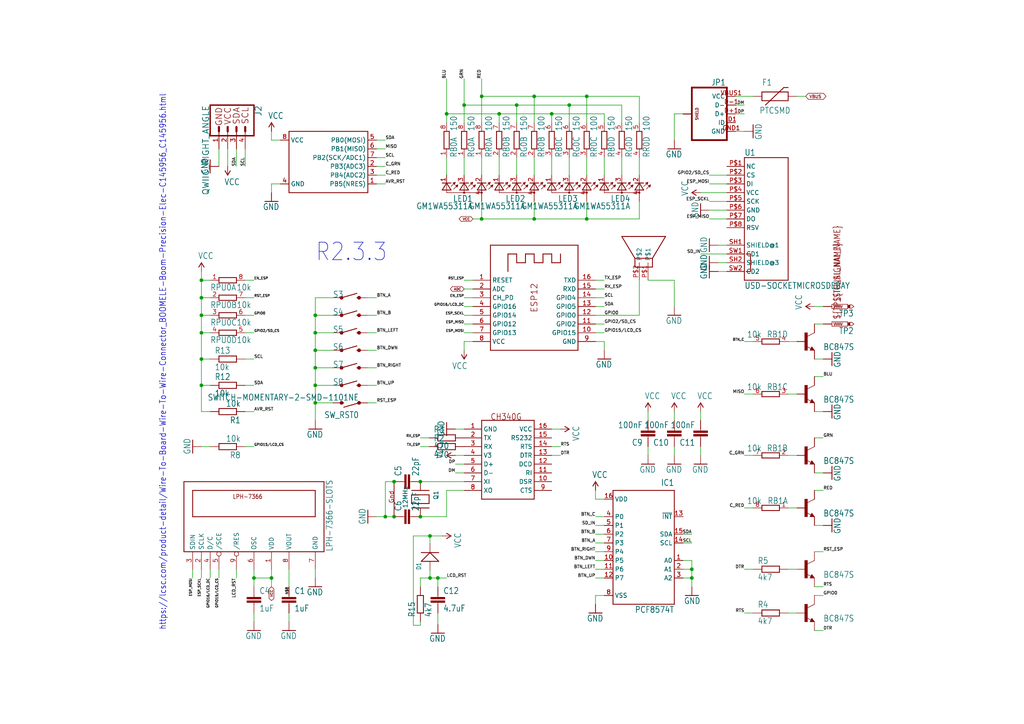
<source format=kicad_sch>
(kicad_sch (version 20231120) (generator "eeschema") (generator_version "8.0")
  (paper "A4")
  (junction (at 58.42 81.28))
  (junction (at 139.7 63.5))
  (junction (at 111.76 149.86))
  (junction (at 91.44 96.52))
  (junction (at 154.94 27.94))
  (junction (at 73.66 167.64))
  (junction (at 91.44 111.76))
  (junction (at 200.66 167.64))
  (junction (at 114.3 139.7))
  (junction (at 127 167.64))
  (junction (at 58.42 91.44))
  (junction (at 200.66 165.1))
  (junction (at 160.02 33.02))
  (junction (at 91.44 101.6))
  (junction (at 58.42 86.36))
  (junction (at 91.44 91.44))
  (junction (at 58.42 111.76))
  (junction (at 154.94 63.5))
  (junction (at 91.44 116.84))
  (junction (at 129.54 33.02))
  (junction (at 134.62 30.48))
  (junction (at 124.714 155.448))
  (junction (at 58.42 96.52))
  (junction (at 114.3 149.86))
  (junction (at 139.7 27.94))
  (junction (at 124.714 167.64))
  (junction (at 78.74 167.64))
  (junction (at 121.92 149.86))
  (junction (at 149.86 30.48))
  (junction (at 91.44 106.68))
  (junction (at 121.92 139.7))
  (junction (at 144.78 33.02))
  (junction (at 165.1 30.48))
  (junction (at 58.42 104.14))
  (junction (at 170.18 27.94))
  (junction (at 170.18 63.5))
  (wire (pts (xy 210.82 63.5) (xy 205.74 63.5)) (stroke (width 0.1524)))
  (wire (pts (xy 185.42 50.8) (xy 185.42 45.72)) (stroke (width 0.1524)))
  (wire (pts (xy 175.26 149.86) (xy 172.72 149.86)) (stroke (width 0.1524)))
  (wire (pts (xy 210.82 78.74) (xy 208.28 78.74)) (stroke (width 0.1524)))
  (wire (pts (xy 139.7 27.94) (xy 139.7 22.86)) (stroke (width 0.1524)))
  (wire (pts (xy 200.66 162.56) (xy 200.66 165.1)) (stroke (width 0.1524)))
  (wire (pts (xy 236.22 142.24) (xy 238.76 142.24)) (stroke (width 0.1524)))
  (wire (pts (xy 195.58 88.9) (xy 195.58 81.28)) (stroke (width 0.1524)))
  (wire (pts (xy 154.94 50.8) (xy 154.94 45.72)) (stroke (width 0.1524)))
  (wire (pts (xy 144.78 35.56) (xy 144.78 33.02)) (stroke (width 0.1524)))
  (wire (pts (xy 149.86 50.8) (xy 149.86 45.72)) (stroke (width 0.1524)))
  (wire (pts (xy 213.36 38.1) (xy 215.9 38.1)) (stroke (width 0.1524)))
  (wire (pts (xy 210.82 71.12) (xy 208.28 71.12)) (stroke (width 0.1524)))
  (wire (pts (xy 165.1 50.8) (xy 165.1 45.72)) (stroke (width 0.1524)))
  (wire (pts (xy 109.22 40.64) (xy 111.76 40.64)) (stroke (width 0.1524)))
  (wire (pts (xy 81.28 53.34) (xy 78.74 53.34)) (stroke (width 0.1524)))
  (wire (pts (xy 124.714 167.64) (xy 124.714 165.354)) (stroke (width 0.1524)))
  (wire (pts (xy 160.02 35.56) (xy 160.02 33.02)) (stroke (width 0.1524)))
  (wire (pts (xy 170.18 27.94) (xy 185.42 27.94)) (stroke (width 0.1524)))
  (wire (pts (xy 175.26 162.56) (xy 172.72 162.56)) (stroke (width 0.1524)))
  (wire (pts (xy 137.16 83.82) (xy 134.62 83.82)) (stroke (width 0.1524)))
  (wire (pts (xy 213.36 27.94) (xy 218.44 27.94)) (stroke (width 0.1524)))
  (wire (pts (xy 175.26 165.1) (xy 172.72 165.1)) (stroke (width 0.1524)))
  (wire (pts (xy 203.2 119.38) (xy 203.2 121.92)) (stroke (width 0.1524)))
  (wire (pts (xy 134.62 132.08) (xy 132.08 132.08)) (stroke (width 0.1524)))
  (wire (pts (xy 121.92 181.356) (xy 119.888 181.356)) (stroke (width 0.1524)))
  (wire (pts (xy 58.42 81.28) (xy 60.96 81.28)) (stroke (width 0.1524)))
  (wire (pts (xy 71.12 86.36) (xy 73.66 86.36)) (stroke (width 0.1524)))
  (wire (pts (xy 210.82 50.8) (xy 205.74 50.8)) (stroke (width 0.1524)))
  (wire (pts (xy 154.94 58.42) (xy 154.94 63.5)) (stroke (width 0.1524)))
  (wire (pts (xy 127 177.8) (xy 127 181.102)) (stroke (width 0.1524)))
  (wire (pts (xy 185.42 63.5) (xy 170.18 63.5)) (stroke (width 0.1524)))
  (wire (pts (xy 63.5 43.18) (xy 63.5 48.26)) (stroke (width 0.1524)))
  (wire (pts (xy 213.36 30.48) (xy 215.9 30.48)) (stroke (width 0.1524)))
  (wire (pts (xy 71.12 129.54) (xy 73.66 129.54)) (stroke (width 0.1524)))
  (wire (pts (xy 175.26 99.06) (xy 172.72 99.06)) (stroke (width 0.1524)))
  (wire (pts (xy 109.22 50.8) (xy 111.76 50.8)) (stroke (width 0.1524)))
  (wire (pts (xy 137.16 88.9) (xy 134.62 88.9)) (stroke (width 0.1524)))
  (wire (pts (xy 187.96 129.54) (xy 187.96 132.08)) (stroke (width 0.1524)))
  (wire (pts (xy 111.76 139.7) (xy 111.76 149.86)) (stroke (width 0.1524)))
  (wire (pts (xy 139.7 63.5) (xy 137.16 63.5)) (stroke (width 0.1524)))
  (wire (pts (xy 73.66 177.8) (xy 73.66 180.34)) (stroke (width 0.1524)))
  (wire (pts (xy 129.54 149.86) (xy 121.92 149.86)) (stroke (width 0.1524)))
  (wire (pts (xy 71.12 81.28) (xy 73.66 81.28)) (stroke (width 0.1524)))
  (wire (pts (xy 134.62 137.16) (xy 132.08 137.16)) (stroke (width 0.1524)))
  (wire (pts (xy 198.12 157.48) (xy 200.66 157.48)) (stroke (width 0.1524)))
  (wire (pts (xy 218.44 165.1) (xy 215.9 165.1)) (stroke (width 0.1524)))
  (wire (pts (xy 154.94 63.5) (xy 139.7 63.5)) (stroke (width 0.1524)))
  (wire (pts (xy 91.44 116.84) (xy 91.44 121.92)) (stroke (width 0.1524)))
  (wire (pts (xy 154.94 27.94) (xy 170.18 27.94)) (stroke (width 0.1524)))
  (wire (pts (xy 96.52 86.36) (xy 91.44 86.36)) (stroke (width 0.1524)))
  (wire (pts (xy 73.66 165.1) (xy 73.66 167.64)) (stroke (width 0.1524)))
  (wire (pts (xy 96.52 116.84) (xy 91.44 116.84)) (stroke (width 0.1524)))
  (wire (pts (xy 203.2 55.88) (xy 210.82 55.88)) (stroke (width 0.1524)))
  (wire (pts (xy 149.86 30.48) (xy 165.1 30.48)) (stroke (width 0.1524)))
  (wire (pts (xy 96.52 96.52) (xy 91.44 96.52)) (stroke (width 0.1524)))
  (wire (pts (xy 172.72 91.44) (xy 185.42 91.44)) (stroke (width 0.1524)))
  (wire (pts (xy 58.42 104.14) (xy 60.96 104.14)) (stroke (width 0.1524)))
  (wire (pts (xy 134.62 124.46) (xy 132.08 124.46)) (stroke (width 0.1524)))
  (wire (pts (xy 236.22 93.98) (xy 238.76 93.98)) (stroke (width 0.1524)))
  (wire (pts (xy 175.26 154.94) (xy 172.72 154.94)) (stroke (width 0.1524)))
  (wire (pts (xy 175.26 160.02) (xy 172.72 160.02)) (stroke (width 0.1524)))
  (wire (pts (xy 185.42 58.42) (xy 185.42 63.5)) (stroke (width 0.1524)))
  (wire (pts (xy 58.42 96.52) (xy 58.42 91.44)) (stroke (width 0.1524)))
  (wire (pts (xy 58.42 129.54) (xy 60.96 129.54)) (stroke (width 0.1524)))
  (wire (pts (xy 73.66 167.64) (xy 73.66 170.18)) (stroke (width 0.1524)))
  (wire (pts (xy 170.18 58.42) (xy 170.18 63.5)) (stroke (width 0.1524)))
  (wire (pts (xy 121.92 167.64) (xy 124.714 167.64)) (stroke (width 0.1524)))
  (wire (pts (xy 124.46 129.54) (xy 121.92 129.54)) (stroke (width 0.1524)))
  (wire (pts (xy 175.26 167.64) (xy 172.72 167.64)) (stroke (width 0.1524)))
  (wire (pts (xy 236.22 137.16) (xy 238.76 137.16)) (stroke (width 0.1524)))
  (wire (pts (xy 58.42 86.36) (xy 58.42 91.44)) (stroke (width 0.1524)))
  (wire (pts (xy 139.7 63.5) (xy 139.7 58.42)) (stroke (width 0.1524)))
  (wire (pts (xy 175.26 50.8) (xy 175.26 45.72)) (stroke (width 0.1524)))
  (wire (pts (xy 137.16 86.36) (xy 134.62 86.36)) (stroke (width 0.1524)))
  (wire (pts (xy 83.82 165.1) (xy 83.82 170.18)) (stroke (width 0.1524)))
  (wire (pts (xy 58.42 165.1) (xy 58.42 167.64)) (stroke (width 0.1524)))
  (wire (pts (xy 172.72 88.9) (xy 175.26 88.9)) (stroke (width 0.1524)))
  (wire (pts (xy 160.02 129.54) (xy 162.56 129.54)) (stroke (width 0.1524)))
  (wire (pts (xy 236.22 170.18) (xy 238.76 170.18)) (stroke (width 0.1524)))
  (wire (pts (xy 200.66 165.1) (xy 198.12 165.1)) (stroke (width 0.1524)))
  (wire (pts (xy 109.22 149.86) (xy 111.76 149.86)) (stroke (width 0.1524)))
  (wire (pts (xy 71.12 111.76) (xy 73.66 111.76)) (stroke (width 0.1524)))
  (wire (pts (xy 185.42 27.94) (xy 185.42 35.56)) (stroke (width 0.1524)))
  (wire (pts (xy 218.44 114.3) (xy 215.9 114.3)) (stroke (width 0.1524)))
  (wire (pts (xy 60.96 119.38) (xy 58.42 119.38)) (stroke (width 0.1524)))
  (wire (pts (xy 228.6 177.8) (xy 231.14 177.8)) (stroke (width 0.1524)))
  (wire (pts (xy 210.82 60.96) (xy 205.74 60.96)) (stroke (width 0.1524)))
  (wire (pts (xy 231.14 27.94) (xy 233.68 27.94)) (stroke (width 0.1524)))
  (wire (pts (xy 236.22 182.88) (xy 238.76 182.88)) (stroke (width 0.1524)))
  (wire (pts (xy 200.66 170.18) (xy 200.66 167.64)) (stroke (width 0.1524)))
  (wire (pts (xy 134.62 139.7) (xy 121.92 139.7)) (stroke (width 0.1524)))
  (wire (pts (xy 144.78 33.02) (xy 160.02 33.02)) (stroke (width 0.1524)))
  (wire (pts (xy 58.42 78.74) (xy 58.42 81.28)) (stroke (width 0.1524)))
  (wire (pts (xy 121.92 170.18) (xy 121.92 167.64)) (stroke (width 0.1524)))
  (wire (pts (xy 109.22 48.26) (xy 111.76 48.26)) (stroke (width 0.1524)))
  (wire (pts (xy 160.02 132.08) (xy 162.56 132.08)) (stroke (width 0.1524)))
  (wire (pts (xy 236.22 127) (xy 238.76 127)) (stroke (width 0.1524)))
  (wire (pts (xy 231.14 132.08) (xy 228.6 132.08)) (stroke (width 0.1524)))
  (wire (pts (xy 134.62 134.62) (xy 132.08 134.62)) (stroke (width 0.1524)))
  (wire (pts (xy 91.44 111.76) (xy 91.44 116.84)) (stroke (width 0.1524)))
  (wire (pts (xy 172.72 96.52) (xy 175.26 96.52)) (stroke (width 0.1524)))
  (wire (pts (xy 236.22 119.38) (xy 238.76 119.38)) (stroke (width 0.1524)))
  (wire (pts (xy 91.44 101.6) (xy 91.44 106.68)) (stroke (width 0.1524)))
  (wire (pts (xy 172.72 172.72) (xy 172.72 175.26)) (stroke (width 0.1524)))
  (wire (pts (xy 218.44 177.8) (xy 215.9 177.8)) (stroke (width 0.1524)))
  (wire (pts (xy 175.26 157.48) (xy 172.72 157.48)) (stroke (width 0.1524)))
  (wire (pts (xy 83.82 180.34) (xy 83.82 177.8)) (stroke (width 0.1524)))
  (wire (pts (xy 175.26 33.02) (xy 175.26 35.56)) (stroke (width 0.1524)))
  (wire (pts (xy 137.16 81.28) (xy 134.62 81.28)) (stroke (width 0.1524)))
  (wire (pts (xy 111.76 149.86) (xy 114.3 149.86)) (stroke (width 0.1524)))
  (wire (pts (xy 106.68 86.36) (xy 109.22 86.36)) (stroke (width 0.1524)))
  (wire (pts (xy 160.02 33.02) (xy 175.26 33.02)) (stroke (width 0.1524)))
  (wire (pts (xy 60.96 111.76) (xy 58.42 111.76)) (stroke (width 0.1524)))
  (wire (pts (xy 58.42 96.52) (xy 58.42 104.14)) (stroke (width 0.1524)))
  (wire (pts (xy 78.74 165.1) (xy 78.74 167.64)) (stroke (width 0.1524)))
  (wire (pts (xy 109.22 45.72) (xy 111.76 45.72)) (stroke (width 0.1524)))
  (wire (pts (xy 160.02 50.8) (xy 160.02 45.72)) (stroke (width 0.1524)))
  (wire (pts (xy 78.74 40.64) (xy 78.74 38.1)) (stroke (width 0.1524)))
  (wire (pts (xy 127 167.64) (xy 124.714 167.64)) (stroke (width 0.1524)))
  (wire (pts (xy 210.82 76.2) (xy 208.28 76.2)) (stroke (width 0.1524)))
  (wire (pts (xy 172.72 83.82) (xy 175.26 83.82)) (stroke (width 0.1524)))
  (wire (pts (xy 134.62 50.8) (xy 134.62 45.72)) (stroke (width 0.1524)))
  (wire (pts (xy 106.68 116.84) (xy 109.22 116.84)) (stroke (width 0.1524)))
  (wire (pts (xy 119.888 181.356) (xy 119.888 155.448)) (stroke (width 0.1524)))
  (wire (pts (xy 134.62 35.56) (xy 134.62 30.48)) (stroke (width 0.1524)))
  (wire (pts (xy 129.54 142.24) (xy 134.62 142.24)) (stroke (width 0.1524)))
  (wire (pts (xy 172.72 93.98) (xy 175.26 93.98)) (stroke (width 0.1524)))
  (wire (pts (xy 127 167.64) (xy 129.54 167.64)) (stroke (width 0.1524)))
  (wire (pts (xy 58.42 111.76) (xy 58.42 119.38)) (stroke (width 0.1524)))
  (wire (pts (xy 58.42 81.28) (xy 58.42 86.36)) (stroke (width 0.1524)))
  (wire (pts (xy 180.34 30.48) (xy 180.34 35.56)) (stroke (width 0.1524)))
  (wire (pts (xy 210.82 73.66) (xy 203.2 73.66)) (stroke (width 0.1524)))
  (wire (pts (xy 175.26 101.6) (xy 175.26 99.06)) (stroke (width 0.1524)))
  (wire (pts (xy 213.36 33.02) (xy 215.9 33.02)) (stroke (width 0.1524)))
  (wire (pts (xy 121.92 180.34) (xy 121.92 181.356)) (stroke (width 0.1524)))
  (wire (pts (xy 127 170.18) (xy 127 167.64)) (stroke (width 0.1524)))
  (wire (pts (xy 137.16 99.06) (xy 134.62 99.06)) (stroke (width 0.1524)))
  (wire (pts (xy 187.96 119.38) (xy 187.96 121.92)) (stroke (width 0.1524)))
  (wire (pts (xy 165.1 30.48) (xy 180.34 30.48)) (stroke (width 0.1524)))
  (wire (pts (xy 210.82 58.42) (xy 205.74 58.42)) (stroke (width 0.1524)))
  (wire (pts (xy 114.3 139.7) (xy 111.76 139.7)) (stroke (width 0.1524)))
  (wire (pts (xy 170.18 35.56) (xy 170.18 27.94)) (stroke (width 0.1524)))
  (wire (pts (xy 198.12 154.94) (xy 200.66 154.94)) (stroke (width 0.1524)))
  (wire (pts (xy 124.46 127) (xy 121.92 127)) (stroke (width 0.1524)))
  (wire (pts (xy 144.78 50.8) (xy 144.78 45.72)) (stroke (width 0.1524)))
  (wire (pts (xy 236.22 88.9) (xy 238.76 88.9)) (stroke (width 0.1524)))
  (wire (pts (xy 175.26 152.4) (xy 172.72 152.4)) (stroke (width 0.1524)))
  (wire (pts (xy 134.62 30.48) (xy 134.62 22.86)) (stroke (width 0.1524)))
  (wire (pts (xy 68.58 165.1) (xy 68.58 167.64)) (stroke (width 0.1524)))
  (wire (pts (xy 129.54 33.02) (xy 144.78 33.02)) (stroke (width 0.1524)))
  (wire (pts (xy 139.7 35.56) (xy 139.7 27.94)) (stroke (width 0.1524)))
  (wire (pts (xy 195.58 81.28) (xy 187.96 81.28)) (stroke (width 0.1524)))
  (wire (pts (xy 203.2 129.54) (xy 203.2 132.08)) (stroke (width 0.1524)))
  (wire (pts (xy 60.96 165.1) (xy 60.96 167.64)) (stroke (width 0.1524)))
  (wire (pts (xy 58.42 104.14) (xy 58.42 111.76)) (stroke (width 0.1524)))
  (wire (pts (xy 91.44 165.1) (xy 91.44 167.64)) (stroke (width 0.1524)))
  (wire (pts (xy 175.26 144.78) (xy 172.72 144.78)) (stroke (width 0.1524)))
  (wire (pts (xy 137.16 91.44) (xy 134.62 91.44)) (stroke (width 0.1524)))
  (wire (pts (xy 124.714 155.448) (xy 124.714 157.734)) (stroke (width 0.1524)))
  (wire (pts (xy 198.12 162.56) (xy 200.66 162.56)) (stroke (width 0.1524)))
  (wire (pts (xy 91.44 86.36) (xy 91.44 91.44)) (stroke (width 0.1524)))
  (wire (pts (xy 137.16 93.98) (xy 134.62 93.98)) (stroke (width 0.1524)))
  (wire (pts (xy 91.44 96.52) (xy 91.44 101.6)) (stroke (width 0.1524)))
  (wire (pts (xy 218.44 147.32) (xy 215.9 147.32)) (stroke (width 0.1524)))
  (wire (pts (xy 60.96 96.52) (xy 58.42 96.52)) (stroke (width 0.1524)))
  (wire (pts (xy 91.44 106.68) (xy 91.44 111.76)) (stroke (width 0.1524)))
  (wire (pts (xy 55.88 165.1) (xy 55.88 167.64)) (stroke (width 0.1524)))
  (wire (pts (xy 134.62 99.06) (xy 134.62 101.6)) (stroke (width 0.1524)))
  (wire (pts (xy 172.72 144.78) (xy 172.72 142.24)) (stroke (width 0.1524)))
  (wire (pts (xy 172.72 86.36) (xy 175.26 86.36)) (stroke (width 0.1524)))
  (wire (pts (xy 68.58 43.18) (xy 68.58 48.26)) (stroke (width 0.1524)))
  (wire (pts (xy 198.12 167.64) (xy 200.66 167.64)) (stroke (width 0.1524)))
  (wire (pts (xy 195.58 33.02) (xy 195.58 40.64)) (stroke (width 0.1524)))
  (wire (pts (xy 236.22 172.72) (xy 238.76 172.72)) (stroke (width 0.1524)))
  (wire (pts (xy 129.54 142.24) (xy 129.54 149.86)) (stroke (width 0.1524)))
  (wire (pts (xy 91.44 91.44) (xy 91.44 96.52)) (stroke (width 0.1524)))
  (wire (pts (xy 58.42 91.44) (xy 60.96 91.44)) (stroke (width 0.1524)))
  (wire (pts (xy 195.58 119.38) (xy 195.58 121.92)) (stroke (width 0.1524)))
  (wire (pts (xy 96.52 101.6) (xy 91.44 101.6)) (stroke (width 0.1524)))
  (wire (pts (xy 66.04 43.18) (xy 66.04 48.26)) (stroke (width 0.1524)))
  (wire (pts (xy 106.68 96.52) (xy 109.22 96.52)) (stroke (width 0.1524)))
  (wire (pts (xy 198.12 33.02) (xy 195.58 33.02)) (stroke (width 0.1524)))
  (wire (pts (xy 73.66 119.38) (xy 71.12 119.38)) (stroke (width 0.1524)))
  (wire (pts (xy 175.26 172.72) (xy 172.72 172.72)) (stroke (width 0.1524)))
  (wire (pts (xy 185.42 91.44) (xy 185.42 81.28)) (stroke (width 0.1524)))
  (wire (pts (xy 78.74 167.64) (xy 78.74 170.18)) (stroke (width 0.1524)))
  (wire (pts (xy 71.12 91.44) (xy 73.66 91.44)) (stroke (width 0.1524)))
  (wire (pts (xy 180.34 50.8) (xy 180.34 45.72)) (stroke (width 0.1524)))
  (wire (pts (xy 106.68 101.6) (xy 109.22 101.6)) (stroke (width 0.1524)))
  (wire (pts (xy 109.22 53.34) (xy 111.76 53.34)) (stroke (width 0.1524)))
  (wire (pts (xy 137.16 96.52) (xy 134.62 96.52)) (stroke (width 0.1524)))
  (wire (pts (xy 78.74 167.64) (xy 73.66 167.64)) (stroke (width 0.1524)))
  (wire (pts (xy 228.6 165.1) (xy 231.14 165.1)) (stroke (width 0.1524)))
  (wire (pts (xy 58.42 86.36) (xy 60.96 86.36)) (stroke (width 0.1524)))
  (wire (pts (xy 96.52 106.68) (xy 91.44 106.68)) (stroke (width 0.1524)))
  (wire (pts (xy 139.7 27.94) (xy 154.94 27.94)) (stroke (width 0.1524)))
  (wire (pts (xy 139.7 50.8) (xy 139.7 45.72)) (stroke (width 0.1524)))
  (wire (pts (xy 81.28 40.64) (xy 78.74 40.64)) (stroke (width 0.1524)))
  (wire (pts (xy 195.58 129.54) (xy 195.58 132.08)) (stroke (width 0.1524)))
  (wire (pts (xy 218.44 132.08) (xy 215.9 132.08)) (stroke (width 0.1524)))
  (wire (pts (xy 106.68 106.68) (xy 109.22 106.68)) (stroke (width 0.1524)))
  (wire (pts (xy 129.54 33.02) (xy 129.54 22.86)) (stroke (width 0.1524)))
  (wire (pts (xy 218.44 99.06) (xy 215.9 99.06)) (stroke (width 0.1524)))
  (wire (pts (xy 109.22 43.18) (xy 111.76 43.18)) (stroke (width 0.1524)))
  (wire (pts (xy 236.22 104.14) (xy 238.76 104.14)) (stroke (width 0.1524)))
  (wire (pts (xy 71.12 96.52) (xy 73.66 96.52)) (stroke (width 0.1524)))
  (wire (pts (xy 160.02 124.46) (xy 162.56 124.46)) (stroke (width 0.1524)))
  (wire (pts (xy 106.68 91.44) (xy 109.22 91.44)) (stroke (width 0.1524)))
  (wire (pts (xy 78.74 53.34) (xy 78.74 55.88)) (stroke (width 0.1524)))
  (wire (pts (xy 128.27 155.448) (xy 124.714 155.448)) (stroke (width 0.1524)))
  (wire (pts (xy 63.5 165.1) (xy 63.5 167.64)) (stroke (width 0.1524)))
  (wire (pts (xy 154.94 35.56) (xy 154.94 27.94)) (stroke (width 0.1524)))
  (wire (pts (xy 149.86 35.56) (xy 149.86 30.48)) (stroke (width 0.1524)))
  (wire (pts (xy 236.22 160.02) (xy 238.76 160.02)) (stroke (width 0.1524)))
  (wire (pts (xy 236.22 109.22) (xy 238.76 109.22)) (stroke (width 0.1524)))
  (wire (pts (xy 200.66 167.64) (xy 200.66 165.1)) (stroke (width 0.1524)))
  (wire (pts (xy 231.14 147.32) (xy 228.6 147.32)) (stroke (width 0.1524)))
  (wire (pts (xy 71.12 43.18) (xy 71.12 48.26)) (stroke (width 0.1524)))
  (wire (pts (xy 106.68 111.76) (xy 109.22 111.76)) (stroke (width 0.1524)))
  (wire (pts (xy 91.44 111.76) (xy 96.52 111.76)) (stroke (width 0.1524)))
  (wire (pts (xy 210.82 53.34) (xy 205.74 53.34)) (stroke (width 0.1524)))
  (wire (pts (xy 231.14 99.06) (xy 228.6 99.06)) (stroke (width 0.1524)))
  (wire (pts (xy 129.54 50.8) (xy 129.54 45.72)) (stroke (width 0.1524)))
  (wire (pts (xy 170.18 50.8) (xy 170.18 45.72)) (stroke (width 0.1524)))
  (wire (pts (xy 170.18 63.5) (xy 154.94 63.5)) (stroke (width 0.1524)))
  (wire (pts (xy 134.62 30.48) (xy 149.86 30.48)) (stroke (width 0.1524)))
  (wire (pts (xy 129.54 35.56) (xy 129.54 33.02)) (stroke (width 0.1524)))
  (wire (pts (xy 96.52 91.44) (xy 91.44 91.44)) (stroke (width 0.1524)))
  (wire (pts (xy 165.1 35.56) (xy 165.1 30.48)) (stroke (width 0.1524)))
  (wire (pts (xy 238.76 152.4) (xy 236.22 152.4)) (stroke (width 0.1524)))
  (wire (pts (xy 119.888 155.448) (xy 124.714 155.448)) (stroke (width 0.1524)))
  (wire (pts (xy 172.72 81.28) (xy 175.26 81.28)) (stroke (width 0.1524)))
  (wire (pts (xy 231.14 114.3) (xy 228.6 114.3)) (stroke (width 0.1524)))
  (wire (pts (xy 71.12 104.14) (xy 73.66 104.14)) (stroke (width 0.1524)))
  (text "R2.3.3" (at 91.44 76.2 0) (effects (font (size 5.08 4.318)) (justify left bottom)))
  (text "https://lcsc.com/product-detail/Wire-To-Board-Wire-To-Wire-Connector_BOOMELE-Boom-Precision-Elec-C145956_C145956.html" (at 48.26 182.88 90) (effects (font (size 1.778 1.5113)) (justify left bottom)))
  (label "RED" (at 139.7 22.86 90) (effects (font (size 0.889 0.889))))
  (label "ESP_MOSI" (at 55.88 167.64 270) (effects (font (size 0.7112 0.7112))))
  (label "BTN_A" (at 172.72 157.48 180) (effects (font (size 0.889 0.889))))
  (label "SCL" (at 200.66 157.48 180) (effects (font (size 0.889 0.889))))
  (label "SDA" (at 73.66 111.76 0) (effects (font (size 0.889 0.889))))
  (label "BTN_DWN" (at 172.72 162.56 180) (effects (font (size 0.889 0.889))))
  (label "DTR" (at 162.56 132.08 0) (effects (font (size 0.889 0.889))))
  (label "DP" (at 132.08 134.62 180) (effects (font (size 0.889 0.889))))
  (label "BTN_C" (at 215.9 99.06 180) (effects (font (size 0.7112 0.7112))))
  (label "RST_ESP" (at 134.62 81.28 180) (effects (font (size 0.7112 0.7112))))
  (label "LCD_RST" (at 68.58 167.64 270) (effects (font (size 0.889 0.889))))
  (label "BTN_LEFT" (at 172.72 165.1 180) (effects (font (size 0.889 0.889))))
  (label "GPIO2/SD_CS" (at 73.66 96.52 0) (effects (font (size 0.7112 0.7112))))
  (label "RTS" (at 162.56 129.54 0) (effects (font (size 0.889 0.889))))
  (label "GPIO0" (at 238.76 172.72 0) (effects (font (size 0.889 0.889))))
  (label "MISO" (at 215.9 114.3 180) (effects (font (size 0.889 0.889))))
  (label "SCL" (at 111.76 45.72 0) (effects (font (size 0.889 0.889))))
  (label "RX_ESP" (at 175.26 83.82 0) (effects (font (size 0.889 0.889))))
  (label "SDA" (at 68.58 48.26 90) (effects (font (size 0.889 0.889))))
  (label "BTN_RIGHT" (at 109.22 106.68 0) (effects (font (size 0.889 0.889))))
  (label "AVR_RST" (at 73.66 119.38 0) (effects (font (size 0.889 0.889))))
  (label "ESP_SCKL" (at 134.62 91.44 180) (effects (font (size 0.7112 0.7112))))
  (label "ESP_SCKL" (at 58.42 167.64 270) (effects (font (size 0.7112 0.7112))))
  (label "BTN_A" (at 109.22 86.36 0) (effects (font (size 0.889 0.889))))
  (label "GPIO15/LCD_CS" (at 175.26 96.52 0) (effects (font (size 0.889 0.889))))
  (label "SCL" (at 175.26 86.36 0) (effects (font (size 0.889 0.889))))
  (label "DM" (at 215.9 30.48 180) (effects (font (size 0.889 0.889))))
  (label "MISO" (at 111.76 43.18 0) (effects (font (size 0.889 0.889))))
  (label "GPIO16/LCD_DC" (at 134.62 88.9 180) (effects (font (size 0.7112 0.7112))))
  (label "ESP_MISO" (at 205.74 63.5 180) (effects (font (size 0.889 0.889))))
  (label "GRN" (at 134.62 22.86 90) (effects (font (size 0.889 0.889))))
  (label "DM" (at 132.08 137.16 180) (effects (font (size 0.889 0.889))))
  (label "SCL" (at 71.12 48.26 90) (effects (font (size 0.889 0.889))))
  (label "TX_ESP" (at 121.92 129.54 180) (effects (font (size 0.7112 0.7112))))
  (label "RST_ESP" (at 109.22 116.84 0) (effects (font (size 0.889 0.889))))
  (label "DTR" (at 215.9 165.1 180) (effects (font (size 0.889 0.889))))
  (label "BTN_DWN" (at 109.22 101.6 0) (effects (font (size 0.889 0.889))))
  (label "DTR" (at 238.76 182.88 0) (effects (font (size 0.889 0.889))))
  (label "RST_ESP" (at 238.76 160.02 0) (effects (font (size 0.889 0.889))))
  (label "AVR_RST" (at 111.76 53.34 0) (effects (font (size 0.889 0.889))))
  (label "TX_ESP" (at 175.26 81.28 0) (effects (font (size 0.889 0.889))))
  (label "GPIO2/SD_CS" (at 175.26 93.98 0) (effects (font (size 0.889 0.889))))
  (label "GPIO2/SD_CS" (at 205.74 50.8 180) (effects (font (size 0.889 0.889))))
  (label "SDA" (at 200.66 154.94 180) (effects (font (size 0.889 0.889))))
  (label "BTN_C" (at 172.72 149.86 180) (effects (font (size 0.889 0.889))))
  (label "SD_IN" (at 203.2 73.66 180) (effects (font (size 0.889 0.889))))
  (label "GPIO15/LCD_CS" (at 73.66 129.54 0) (effects (font (size 0.7112 0.7112))))
  (label "GPIO15/LCD_CS" (at 63.5 167.64 270) (effects (font (size 0.7112 0.7112))))
  (label "BLU" (at 238.76 109.22 0) (effects (font (size 0.889 0.889))))
  (label "LCD_RST" (at 129.54 167.64 0) (effects (font (size 0.889 0.889))))
  (label "RTS" (at 215.9 177.8 180) (effects (font (size 0.889 0.889))))
  (label "SDA" (at 111.76 40.64 0) (effects (font (size 0.889 0.889))))
  (label "EN_ESP" (at 134.62 86.36 180) (effects (font (size 0.7112 0.7112))))
  (label "RX_ESP" (at 121.92 127 180) (effects (font (size 0.7112 0.7112))))
  (label "N$8" (at 83.82 170.18 270) (effects (font (size 0.7112 0.7112))))
  (label "BTN_RIGHT" (at 172.72 160.02 180) (effects (font (size 0.889 0.889))))
  (label "ESP_MOSI" (at 205.74 53.34 180) (effects (font (size 0.889 0.889))))
  (label "RED" (at 238.76 142.24 0) (effects (font (size 0.889 0.889))))
  (label "ESP_MISO" (at 134.62 93.98 180) (effects (font (size 0.7112 0.7112))))
  (label "RST_ESP" (at 73.66 86.36 0) (effects (font (size 0.7112 0.7112))))
  (label "EN_ESP" (at 73.66 81.28 0) (effects (font (size 0.7112 0.7112))))
  (label "BTN_UP" (at 109.22 111.76 0) (effects (font (size 0.889 0.889))))
  (label "DP" (at 215.9 33.02 180) (effects (font (size 0.889 0.889))))
  (label "ESP_SCKL" (at 205.74 58.42 180) (effects (font (size 0.889 0.889))))
  (label "C_RED" (at 111.76 50.8 0) (effects (font (size 0.889 0.889))))
  (label "SDA" (at 175.26 88.9 0) (effects (font (size 0.889 0.889))))
  (label "BTN_LEFT" (at 109.22 96.52 0) (effects (font (size 0.889 0.889))))
  (label "BLU" (at 129.54 22.86 90) (effects (font (size 0.889 0.889))))
  (label "BTN_B" (at 109.22 91.44 0) (effects (font (size 0.889 0.889))))
  (label "GPIO16/LCD_DC" (at 60.96 167.64 270) (effects (font (size 0.7112 0.7112))))
  (label "C_GRN" (at 111.76 48.26 0) (effects (font (size 0.889 0.889))))
  (label "ESP_MOSI" (at 134.62 96.52 180) (effects (font (size 0.7112 0.7112))))
  (label "C_GRN" (at 215.9 132.08 180) (effects (font (size 0.889 0.889))))
  (label "C_RED" (at 215.9 147.32 180) (effects (font (size 0.889 0.889))))
  (label "GPIO0" (at 73.66 91.44 0) (effects (font (size 0.7112 0.7112))))
  (label "GRN" (at 238.76 127 0) (effects (font (size 0.889 0.889))))
  (label "GPIO0" (at 175.26 91.44 0) (effects (font (size 0.889 0.889))))
  (label "BTN_UP" (at 172.72 167.64 180) (effects (font (size 0.889 0.889))))
  (label "BTN_B" (at 172.72 154.94 180) (effects (font (size 0.889 0.889))))
  (label "SD_IN" (at 172.72 152.4 180) (effects (font (size 0.889 0.889))))
  (label "RTS" (at 238.76 170.18 0) (effects (font (size 0.889 0.889))))
  (label "SCL" (at 73.66 104.14 0) (effects (font (size 0.889 0.889))))
  (global_label "VCC" (shape bidirectional) (at 137.16 63.5 180) (effects (font (size 0.7112 0.7112))) (property "Intersheetrefs" "${INTERSHEET_REFS}" (effects (hide yes))))
  (global_label "VBUS" (shape bidirectional) (at 233.68 27.94 0) (effects (font (size 0.889 0.889))) (property "Intersheetrefs" "${INTERSHEET_REFS}" (effects (hide yes))))
  (global_label "VCC" (shape bidirectional) (at 78.74 170.18 270) (effects (font (size 0.7112 0.7112))) (property "Intersheetrefs" "${INTERSHEET_REFS}" (effects (hide yes))))
  (global_label "ADC" (shape bidirectional) (at 134.62 83.82 180) (effects (font (size 0.7112 0.7112))) (property "Intersheetrefs" "${INTERSHEET_REFS}" (effects (hide yes))))
  (symbol (lib_id "LAMEBOY-eagle-import:4R-N0603-ARC") (at 180.34 40.64 90) (unit 4)
    (property "Reference" "RG0" (at 183.388 45.72 0) (effects (font (size 1.778 1.5113)) (justify left bottom)))
    (property "Value" "150" (at 183.388 38.1 0) (effects (font (size 1.778 1.5113)) (justify left bottom)))
    (property "Footprint" "LAMEBOY:0603-ARC" (effects (hide yes)))
  )
  (symbol (lib_id "LAMEBOY-eagle-import:GND") (at 175.26 104.14 0) (unit 1)
    (property "Reference" "#GND14" (effects (hide yes)))
    (property "Value" "GND" (at 172.72 106.68 0) (effects (font (size 1.778 1.5113)) (justify left bottom)))
  )
  (symbol (lib_id "LAMEBOY-eagle-import:VCC") (at 132.08 132.08 90) (unit 1)
    (property "Reference" "#SUPPLY6" (effects (hide yes)))
    (property "Value" "VCC" (at 128.524 133.096 0) (effects (font (size 1.778 1.5113)) (justify left bottom)))
  )
  (symbol (lib_id "LAMEBOY-eagle-import:R-EU_R0603") (at 66.04 104.14 0) (unit 1)
    (property "Reference" "R13" (at 62.23 102.6414 0) (effects (font (size 1.778 1.5113)) (justify left bottom)))
    (property "Value" "10k" (at 62.23 107.442 0) (effects (font (size 1.778 1.5113)) (justify left bottom)))
    (property "Footprint" "LAMEBOY:R0603" (effects (hide yes)))
  )
  (symbol (lib_id "LAMEBOY-eagle-import:VCC") (at 195.58 119.38 0) (unit 1)
    (property "Reference" "#SUPPLY7" (effects (hide yes)))
    (property "Value" "VCC" (at 194.564 115.824 0) (effects (font (size 1.778 1.5113)) (justify left bottom)))
  )
  (symbol (lib_id "LAMEBOY-eagle-import:R-EU_R0603") (at 66.04 119.38 180) (unit 1)
    (property "Reference" "R1" (at 69.85 120.8786 0) (effects (font (size 1.778 1.5113)) (justify left bottom)))
    (property "Value" "10k" (at 69.85 116.078 0) (effects (font (size 1.778 1.5113)) (justify left bottom)))
    (property "Footprint" "LAMEBOY:R0603" (effects (hide yes)))
  )
  (symbol (lib_id "LAMEBOY-eagle-import:4R-N0603-ARC") (at 223.52 132.08 180) (unit 2)
    (property "Reference" "RB1" (at 228.6 129.032 0) (effects (font (size 1.778 1.5113)) (justify left bottom)))
    (property "Value" "10k" (at 220.98 129.032 0) (effects (font (size 1.778 1.5113)) (justify left bottom)))
    (property "Footprint" "LAMEBOY:0603-ARC" (effects (hide yes)))
  )
  (symbol (lib_id "LAMEBOY-eagle-import:R-EU_R0603") (at 66.04 129.54 180) (unit 1)
    (property "Reference" "R8" (at 69.85 131.0386 0) (effects (font (size 1.778 1.5113)) (justify left bottom)))
    (property "Value" "10k" (at 69.85 126.238 0) (effects (font (size 1.778 1.5113)) (justify left bottom)))
    (property "Footprint" "LAMEBOY:R0603" (effects (hide yes)))
  )
  (symbol (lib_id "LAMEBOY-eagle-import:MMDT3904") (at 233.68 177.8 0) (unit 2)
    (property "Reference" "U$3" (effects (hide yes)))
    (property "Value" "BC847S" (at 238.76 180.34 0) (effects (font (size 1.778 1.5113)) (justify left bottom)))
    (property "Footprint" "LAMEBOY:SOT363" (effects (hide yes)))
  )
  (symbol (lib_id "LAMEBOY-eagle-import:SWITCH-MOMENTARY-2SMD-4") (at 101.6 106.68 0) (unit 1)
    (property "Reference" "S7" (at 96.52 106.68 0) (effects (font (size 1.778 1.5113)) (justify left bottom)))
    (property "Value" "SWITCH-MOMENTARY-2SMD-4" (effects (hide yes)))
    (property "Footprint" "LAMEBOY:TACTILE_SWITCH_TALL" (effects (hide yes)))
  )
  (symbol (lib_id "LAMEBOY-eagle-import:GM1WA55311A") (at 165.1 55.88 180) (unit 1)
    (property "Reference" "LED3" (at 167.64 56.642 0) (effects (font (size 1.778 1.5113)) (justify left bottom)))
    (property "Value" "GM1WA55311A" (at 167.64 58.801 0) (effects (font (size 1.778 1.5113)) (justify left bottom)))
    (property "Footprint" "LAMEBOY:GM1WA55311A" (effects (hide yes)))
  )
  (symbol (lib_id "LAMEBOY-eagle-import:4R-N0603-ARC") (at 144.78 40.64 90) (unit 2)
    (property "Reference" "RB0" (at 147.828 45.72 0) (effects (font (size 1.778 1.5113)) (justify left bottom)))
    (property "Value" "150" (at 147.828 38.1 0) (effects (font (size 1.778 1.5113)) (justify left bottom)))
    (property "Footprint" "LAMEBOY:0603-ARC" (effects (hide yes)))
  )
  (symbol (lib_id "LAMEBOY-eagle-import:4R-N0603-ARC") (at 170.18 40.64 90) (unit 3)
    (property "Reference" "RR0" (at 173.228 45.72 0) (effects (font (size 1.778 1.5113)) (justify left bottom)))
    (property "Value" "100" (at 173.228 38.1 0) (effects (font (size 1.778 1.5113)) (justify left bottom)))
    (property "Footprint" "LAMEBOY:0603-ARC" (effects (hide yes)))
  )
  (symbol (lib_id "LAMEBOY-eagle-import:SWITCH-MOMENTARY-2SMD-4") (at 101.6 91.44 0) (unit 1)
    (property "Reference" "S4" (at 96.52 91.44 0) (effects (font (size 1.778 1.5113)) (justify left bottom)))
    (property "Value" "SWITCH-MOMENTARY-2SMD-4" (effects (hide yes)))
    (property "Footprint" "LAMEBOY:TACTILE_SWITCH_TALL" (effects (hide yes)))
  )
  (symbol (lib_id "LAMEBOY-eagle-import:GM1WA55311A") (at 180.34 55.88 180) (unit 1)
    (property "Reference" "LED4" (at 182.88 56.642 0) (effects (font (size 1.778 1.5113)) (justify left bottom)))
    (property "Value" "GM1WA55311A" (at 182.88 58.801 0) (effects (font (size 1.778 1.5113)) (justify left bottom)))
    (property "Footprint" "LAMEBOY:GM1WA55311A" (effects (hide yes)))
  )
  (symbol (lib_id "LAMEBOY-eagle-import:DIODE'1N4148-SMD'") (at 124.714 161.544 90) (unit 1)
    (property "Reference" "D1" (at 122.174 165.354 0) (effects (font (size 1.27 1.0795)) (justify left bottom)))
    (property "Value" "DIODE'1N4148-SMD'" (effects (hide yes)))
    (property "Footprint" "LAMEBOY:LL-34" (effects (hide yes)))
  )
  (symbol (lib_id "LAMEBOY-eagle-import:GND") (at 241.3 119.38 90) (unit 1)
    (property "Reference" "#GND25" (effects (hide yes)))
    (property "Value" "GND" (at 243.84 121.92 0) (effects (font (size 1.778 1.5113)) (justify left bottom)))
  )
  (symbol (lib_id "LAMEBOY-eagle-import:C-EUC0805") (at 73.66 172.72 0) (unit 1)
    (property "Reference" "C4" (at 75.184 172.339 0) (effects (font (size 1.778 1.5113)) (justify left bottom)))
    (property "Value" "1uF" (at 75.184 177.419 0) (effects (font (size 1.778 1.5113)) (justify left bottom)))
    (property "Footprint" "LAMEBOY:C0805" (effects (hide yes)))
  )
  (symbol (lib_id "LAMEBOY-eagle-import:MMDT3904") (at 233.68 114.3 0) (unit 1)
    (property "Reference" "U$7" (effects (hide yes)))
    (property "Value" "BC847S" (at 238.76 116.84 0) (effects (font (size 1.778 1.5113)) (justify left bottom)))
    (property "Footprint" "LAMEBOY:SOT363" (effects (hide yes)))
  )
  (symbol (lib_id "LAMEBOY-eagle-import:C-EUC0805") (at 127 172.72 0) (unit 1)
    (property "Reference" "C12" (at 128.524 172.339 0) (effects (font (size 1.778 1.5113)) (justify left bottom)))
    (property "Value" "4.7uF" (at 128.524 177.419 0) (effects (font (size 1.778 1.5113)) (justify left bottom)))
    (property "Footprint" "LAMEBOY:C0805" (effects (hide yes)))
  )
  (symbol (lib_id "LAMEBOY-eagle-import:4R-N0603-ARC") (at 134.62 40.64 90) (unit 1)
    (property "Reference" "RG0" (at 137.668 45.72 0) (effects (font (size 1.778 1.5113)) (justify left bottom)))
    (property "Value" "150" (at 137.668 38.1 0) (effects (font (size 1.778 1.5113)) (justify left bottom)))
    (property "Footprint" "LAMEBOY:0603-ARC" (effects (hide yes)))
  )
  (symbol (lib_id "LAMEBOY-eagle-import:VCC") (at 128.27 155.448 270) (unit 1)
    (property "Reference" "#SUPPLY1" (effects (hide yes)))
    (property "Value" "VCC" (at 131.826 154.432 0) (effects (font (size 1.778 1.5113)) (justify left bottom)))
  )
  (symbol (lib_id "LAMEBOY-eagle-import:VCC") (at 172.72 142.24 0) (unit 1)
    (property "Reference" "#SUPPLY8" (effects (hide yes)))
    (property "Value" "VCC" (at 171.704 138.684 0) (effects (font (size 1.778 1.5113)) (justify left bottom)))
  )
  (symbol (lib_id "LAMEBOY-eagle-import:GND") (at 203.2 134.62 0) (unit 1)
    (property "Reference" "#GND37" (effects (hide yes)))
    (property "Value" "GND" (at 200.66 137.16 0) (effects (font (size 1.778 1.5113)) (justify left bottom)))
  )
  (symbol (lib_id "LAMEBOY-eagle-import:GND") (at 172.72 177.8 0) (unit 1)
    (property "Reference" "#GND10" (effects (hide yes)))
    (property "Value" "GND" (at 170.18 180.34 0) (effects (font (size 1.778 1.5113)) (justify left bottom)))
  )
  (symbol (lib_id "LAMEBOY-eagle-import:VCC") (at 236.22 88.9 90) (unit 1)
    (property "Reference" "#SUPPLY15" (effects (hide yes)))
    (property "Value" "VCC" (at 232.664 89.916 0) (effects (font (size 1.778 1.5113)) (justify left bottom)))
  )
  (symbol (lib_id "LAMEBOY-eagle-import:MMDT3904") (at 233.68 147.32 0) (unit 1)
    (property "Reference" "U$6" (effects (hide yes)))
    (property "Value" "BC847S" (at 238.76 149.86 0) (effects (font (size 1.778 1.5113)) (justify left bottom)))
    (property "Footprint" "LAMEBOY:SOT363" (effects (hide yes)))
  )
  (symbol (lib_id "LAMEBOY-eagle-import:GND") (at 195.58 43.18 0) (unit 1)
    (property "Reference" "#GND38" (effects (hide yes)))
    (property "Value" "GND" (at 193.04 45.72 0) (effects (font (size 1.778 1.5113)) (justify left bottom)))
  )
  (symbol (lib_id "LAMEBOY-eagle-import:VCC") (at 203.2 55.88 90) (unit 1)
    (property "Reference" "#SUPPLY13" (effects (hide yes)))
    (property "Value" "VCC" (at 199.644 56.896 0) (effects (font (size 1.778 1.5113)) (justify left bottom)))
  )
  (symbol (lib_id "LAMEBOY-eagle-import:4R-N0603-ARC") (at 154.94 40.64 90) (unit 2)
    (property "Reference" "RR0" (at 157.988 45.72 0) (effects (font (size 1.778 1.5113)) (justify left bottom)))
    (property "Value" "100" (at 157.988 38.1 0) (effects (font (size 1.778 1.5113)) (justify left bottom)))
    (property "Footprint" "LAMEBOY:0603-ARC" (effects (hide yes)))
  )
  (symbol (lib_id "LAMEBOY-eagle-import:PTR1B1,27") (at 241.3 88.9 90) (unit 1)
    (property "Reference" "TP3" (at 247.65 89.916 90) (effects (font (size 1.778 1.5113)) (justify left bottom)))
    (property "Value" "PTR1B1,27" (effects (hide yes)))
    (property "Footprint" "LAMEBOY:B1,27" (effects (hide yes)))
  )
  (symbol (lib_id "LAMEBOY-eagle-import:R-EU_R0603") (at 121.92 175.26 90) (unit 1)
    (property "Reference" "R15" (at 120.4214 179.07 0) (effects (font (size 1.778 1.5113)) (justify left bottom)))
    (property "Value" "4k7" (at 125.222 179.07 0) (effects (font (size 1.778 1.5113)) (justify left bottom)))
    (property "Footprint" "LAMEBOY:R0603" (effects (hide yes)))
  )
  (symbol (lib_id "LAMEBOY-eagle-import:GND") (at 200.66 172.72 0) (mirror y) (unit 1)
    (property "Reference" "#GND9" (effects (hide yes)))
    (property "Value" "GND" (at 203.2 175.26 0) (effects (font (size 1.778 1.5113)) (justify left bottom)))
  )
  (symbol (lib_id "LAMEBOY-eagle-import:VCC") (at 162.56 124.46 270) (unit 1)
    (property "Reference" "#SUPPLY5" (effects (hide yes)))
    (property "Value" "VCC" (at 166.116 123.444 0) (effects (font (size 1.778 1.5113)) (justify left bottom)))
  )
  (symbol (lib_id "LAMEBOY-eagle-import:CH340GCH340G") (at 147.32 134.62 0) (unit 1)
    (property "Reference" "CH340G0" (effects (hide yes)))
    (property "Value" "CH340GCH340G" (effects (hide yes)))
    (property "Footprint" "LAMEBOY:SOIC16" (effects (hide yes)))
  )
  (symbol (lib_id "LAMEBOY-eagle-import:GND") (at 195.58 134.62 0) (unit 1)
    (property "Reference" "#GND36" (effects (hide yes)))
    (property "Value" "GND" (at 193.04 137.16 0) (effects (font (size 1.778 1.5113)) (justify left bottom)))
  )
  (symbol (lib_id "LAMEBOY-eagle-import:GM1WA55311A") (at 134.62 55.88 180) (unit 1)
    (property "Reference" "LED1" (at 137.16 56.642 0) (effects (font (size 1.778 1.5113)) (justify left bottom)))
    (property "Value" "GM1WA55311A" (at 137.16 58.801 0) (effects (font (size 1.778 1.5113)) (justify left bottom)))
    (property "Footprint" "LAMEBOY:GM1WA55311A" (effects (hide yes)))
  )
  (symbol (lib_id "LAMEBOY-eagle-import:4R-N0603-ARC") (at 185.42 40.64 90) (unit 4)
    (property "Reference" "RR0" (at 188.468 45.72 0) (effects (font (size 1.778 1.5113)) (justify left bottom)))
    (property "Value" "100" (at 188.468 38.1 0) (effects (font (size 1.778 1.5113)) (justify left bottom)))
    (property "Footprint" "LAMEBOY:0603-ARC" (effects (hide yes)))
  )
  (symbol (lib_id "LAMEBOY-eagle-import:GND") (at 55.88 129.54 270) (unit 1)
    (property "Reference" "#GND17" (effects (hide yes)))
    (property "Value" "GND" (at 53.34 127 0) (effects (font (size 1.778 1.5113)) (justify left bottom)))
  )
  (symbol (lib_id "LAMEBOY-eagle-import:LPH-7366-SLOTS") (at 73.66 147.32 90) (unit 1)
    (property "Reference" "U$1" (effects (hide yes)))
    (property "Value" "LPH-7366-SLOTS" (at 96.52 160.02 0) (effects (font (size 1.778 1.5113)) (justify left bottom)))
    (property "Footprint" "LAMEBOY:LPH-7366-SLOTS" (effects (hide yes)))
  )
  (symbol (lib_id "LAMEBOY-eagle-import:GND") (at 195.58 91.44 0) (unit 1)
    (property "Reference" "#GND32" (effects (hide yes)))
    (property "Value" "GND" (at 193.04 93.98 0) (effects (font (size 1.778 1.5113)) (justify left bottom)))
  )
  (symbol (lib_id "LAMEBOY-eagle-import:GND") (at 73.66 182.88 0) (unit 1)
    (property "Reference" "#GND2" (effects (hide yes)))
    (property "Value" "GND" (at 71.12 185.42 0) (effects (font (size 1.778 1.5113)) (justify left bottom)))
  )
  (symbol (lib_id "LAMEBOY-eagle-import:C-EUC0805") (at 203.2 127 180) (unit 1)
    (property "Reference" "C11" (at 201.676 127.381 0) (effects (font (size 1.778 1.5113)) (justify left bottom)))
    (property "Value" "100nF" (at 201.676 122.301 0) (effects (font (size 1.778 1.5113)) (justify left bottom)))
    (property "Footprint" "LAMEBOY:C0805" (effects (hide yes)))
  )
  (symbol (lib_id "LAMEBOY-eagle-import:C-EUC0805") (at 187.96 127 180) (unit 1)
    (property "Reference" "C9" (at 186.436 127.381 0) (effects (font (size 1.778 1.5113)) (justify left bottom)))
    (property "Value" "100nF" (at 186.436 122.301 0) (effects (font (size 1.778 1.5113)) (justify left bottom)))
    (property "Footprint" "LAMEBOY:C0805" (effects (hide yes)))
  )
  (symbol (lib_id "LAMEBOY-eagle-import:SWITCH-MOMENTARY-2SMD-4") (at 101.6 111.76 0) (unit 1)
    (property "Reference" "S8" (at 96.52 111.76 0) (effects (font (size 1.778 1.5113)) (justify left bottom)))
    (property "Value" "SWITCH-MOMENTARY-2SMD-4" (effects (hide yes)))
    (property "Footprint" "LAMEBOY:TACTILE_SWITCH_TALL" (effects (hide yes)))
  )
  (symbol (lib_id "LAMEBOY-eagle-import:GND") (at 241.3 104.14 90) (unit 1)
    (property "Reference" "#GND26" (effects (hide yes)))
    (property "Value" "GND" (at 243.84 106.68 0) (effects (font (size 1.778 1.5113)) (justify left bottom)))
  )
  (symbol (lib_id "LAMEBOY-eagle-import:PTCSMD") (at 223.52 27.94 0) (unit 1)
    (property "Reference" "F1" (at 220.98 24.892 0) (effects (font (size 1.778 1.5113)) (justify left bottom)))
    (property "Value" "PTCSMD" (at 220.218 33.02 0) (effects (font (size 1.778 1.5113)) (justify left bottom)))
    (property "Footprint" "LAMEBOY:PTC-1206" (effects (hide yes)))
  )
  (symbol (lib_id "LAMEBOY-eagle-import:4R-N0603-ARC") (at 223.52 99.06 180) (unit 4)
    (property "Reference" "RB1" (at 228.6 96.012 0) (effects (font (size 1.778 1.5113)) (justify left bottom)))
    (property "Value" "10k" (at 220.98 96.012 0) (effects (font (size 1.778 1.5113)) (justify left bottom)))
    (property "Footprint" "LAMEBOY:0603-ARC" (effects (hide yes)))
  )
  (symbol (lib_id "LAMEBOY-eagle-import:GND") (at 78.74 58.42 0) (unit 1)
    (property "Reference" "#GND4" (effects (hide yes)))
    (property "Value" "GND" (at 76.2 60.96 0) (effects (font (size 1.778 1.5113)) (justify left bottom)))
  )
  (symbol (lib_id "LAMEBOY-eagle-import:GND") (at 187.96 134.62 0) (unit 1)
    (property "Reference" "#GND12" (effects (hide yes)))
    (property "Value" "GND" (at 185.42 137.16 0) (effects (font (size 1.778 1.5113)) (justify left bottom)))
  )
  (symbol (lib_id "LAMEBOY-eagle-import:C-EUC0805") (at 116.84 149.86 90) (unit 1)
    (property "Reference" "C6" (at 116.459 148.336 0) (effects (font (size 1.778 1.5113)) (justify left bottom)))
    (property "Value" "22pF" (at 121.539 148.336 0) (effects (font (size 1.778 1.5113)) (justify left bottom)))
    (property "Footprint" "LAMEBOY:C0805" (effects (hide yes)))
  )
  (symbol (lib_id "LAMEBOY-eagle-import:R-EU_R0603") (at 129.54 129.54 0) (unit 1)
    (property "Reference" "R2" (at 125.73 128.0414 0) (effects (font (size 1.778 1.5113)) (justify left bottom)))
    (property "Value" "470" (at 125.73 132.842 0) (effects (font (size 1.778 1.5113)) (justify left bottom)))
    (property "Footprint" "LAMEBOY:R0603" (effects (hide yes)))
  )
  (symbol (lib_id "LAMEBOY-eagle-import:VCC") (at 187.96 119.38 0) (unit 1)
    (property "Reference" "#SUPPLY4" (effects (hide yes)))
    (property "Value" "VCC" (at 186.944 115.824 0) (effects (font (size 1.778 1.5113)) (justify left bottom)))
  )
  (symbol (lib_id "LAMEBOY-eagle-import:R-EU_R0603") (at 223.52 165.1 0) (unit 1)
    (property "Reference" "R5" (at 219.71 163.6014 0) (effects (font (size 1.778 1.5113)) (justify left bottom)))
    (property "Value" "4k7" (at 219.71 168.402 0) (effects (font (size 1.778 1.5113)) (justify left bottom)))
    (property "Footprint" "LAMEBOY:R0603" (effects (hide yes)))
  )
  (symbol (lib_id "LAMEBOY-eagle-import:VCC") (at 66.04 48.26 0) (mirror x) (unit 1)
    (property "Reference" "#SUPPLY12" (effects (hide yes)))
    (property "Value" "VCC" (at 65.024 51.816 0) (effects (font (size 1.778 1.5113)) (justify left bottom)))
  )
  (symbol (lib_id "LAMEBOY-eagle-import:GND") (at 241.3 152.4 90) (unit 1)
    (property "Reference" "#GND23" (effects (hide yes)))
    (property "Value" "GND" (at 243.84 154.94 0) (effects (font (size 1.778 1.5113)) (justify left bottom)))
  )
  (symbol (lib_id "LAMEBOY-eagle-import:4R-N0603-ARC") (at 66.04 86.36 0) (unit 2)
    (property "Reference" "RPU0" (at 60.96 89.408 0) (effects (font (size 1.778 1.5113)) (justify left bottom)))
    (property "Value" "10k" (at 68.58 89.408 0) (effects (font (size 1.778 1.5113)) (justify left bottom)))
    (property "Footprint" "LAMEBOY:0603-ARC" (effects (hide yes)))
  )
  (symbol (lib_id "LAMEBOY-eagle-import:PCF8574T") (at 187.96 157.48 0) (mirror y) (unit 1)
    (property "Reference" "IC1" (at 195.58 140.97 0) (effects (font (size 1.778 1.5113)) (justify left bottom)))
    (property "Value" "PCF8574T" (at 195.58 177.8 0) (effects (font (size 1.778 1.5113)) (justify left bottom)))
    (property "Footprint" "LAMEBOY:SO16W" (effects (hide yes)))
  )
  (symbol (lib_id "LAMEBOY-eagle-import:R-EU_R0603") (at 223.52 177.8 0) (unit 1)
    (property "Reference" "R4" (at 219.71 176.3014 0) (effects (font (size 1.778 1.5113)) (justify left bottom)))
    (property "Value" "4k7" (at 219.71 181.102 0) (effects (font (size 1.778 1.5113)) (justify left bottom)))
    (property "Footprint" "LAMEBOY:R0603" (effects (hide yes)))
  )
  (symbol (lib_id "LAMEBOY-eagle-import:4R-N0603-ARC") (at 129.54 40.64 90) (unit 1)
    (property "Reference" "RB0" (at 132.588 45.72 0) (effects (font (size 1.778 1.5113)) (justify left bottom)))
    (property "Value" "150" (at 132.588 38.1 0) (effects (font (size 1.778 1.5113)) (justify left bottom)))
    (property "Footprint" "LAMEBOY:0603-ARC" (effects (hide yes)))
  )
  (symbol (lib_id "LAMEBOY-eagle-import:R-EU_R0603") (at 66.04 111.76 0) (unit 1)
    (property "Reference" "R12" (at 62.23 110.2614 0) (effects (font (size 1.778 1.5113)) (justify left bottom)))
    (property "Value" "10k" (at 62.23 115.062 0) (effects (font (size 1.778 1.5113)) (justify left bottom)))
    (property "Footprint" "LAMEBOY:R0603" (effects (hide yes)))
  )
  (symbol (lib_id "LAMEBOY-eagle-import:ATTINY13SO08-WIDE") (at 96.52 48.26 0) (unit 1)
    (property "Reference" "U$2" (effects (hide yes)))
    (property "Value" "ATTINY13SO08-WIDE" (effects (hide yes)))
    (property "Footprint" "LAMEBOY:SO08-EIAJ" (effects (hide yes)))
  )
  (symbol (lib_id "LAMEBOY-eagle-import:VCC") (at 58.42 78.74 0) (unit 1)
    (property "Reference" "#SUPPLY9" (effects (hide yes)))
    (property "Value" "VCC" (at 57.404 75.184 0) (effects (font (size 1.778 1.5113)) (justify left bottom)))
  )
  (symbol (lib_id "LAMEBOY-eagle-import:PTR1B1,27") (at 241.3 93.98 90) (unit 1)
    (property "Reference" "TP2" (at 247.65 94.996 90) (effects (font (size 1.778 1.5113)) (justify left bottom)))
    (property "Value" "PTR1B1,27" (effects (hide yes)))
    (property "Footprint" "LAMEBOY:B1,27" (effects (hide yes)))
  )
  (symbol (lib_id "LAMEBOY-eagle-import:USB_MICROB_PLUG-IDK") (at 205.74 33.02 0) (mirror y) (unit 1)
    (property "Reference" "JP1" (at 210.566 24.892 0) (effects (font (size 1.778 1.5113)) (justify left bottom)))
    (property "Value" "USB_MICROB_PLUG-IDK" (effects (hide yes)))
    (property "Footprint" "LAMEBOY:USB-AB-MICRO-SMD_SLOT" (effects (hide yes)))
  )
  (symbol (lib_id "LAMEBOY-eagle-import:MMDT3904") (at 233.68 132.08 0) (unit 2)
    (property "Reference" "U$6" (effects (hide yes)))
    (property "Value" "BC847S" (at 238.76 134.62 0) (effects (font (size 1.778 1.5113)) (justify left bottom)))
    (property "Footprint" "LAMEBOY:SOT363" (effects (hide yes)))
  )
  (symbol (lib_id "LAMEBOY-eagle-import:QWIIC_CONNECTORJS-1MM") (at 66.04 35.56 270) (unit 1)
    (property "Reference" "J2" (at 73.914 30.48 0) (effects (font (size 1.778 1.778)) (justify left bottom)))
    (property "Value" "QWIIC_RIGHT_ANGLE" (at 60.706 30.48 0) (effects (font (size 1.778 1.778)) (justify left top)))
    (property "Footprint" "LAMEBOY:JST04_1MM_RA" (effects (hide yes)))
  )
  (symbol (lib_id "LAMEBOY-eagle-import:SWITCH-MOMENTARY-2SMD-4") (at 101.6 101.6 0) (unit 1)
    (property "Reference" "S6" (at 96.52 101.6 0) (effects (font (size 1.778 1.5113)) (justify left bottom)))
    (property "Value" "SWITCH-MOMENTARY-2SMD-4" (effects (hide yes)))
    (property "Footprint" "LAMEBOY:TACTILE_SWITCH_TALL" (effects (hide yes)))
  )
  (symbol (lib_id "LAMEBOY-eagle-import:GND") (at 205.74 78.74 270) (unit 1)
    (property "Reference" "#GND28" (effects (hide yes)))
    (property "Value" "GND" (at 203.2 76.2 0) (effects (font (size 1.778 1.5113)) (justify left bottom)))
  )
  (symbol (lib_id "LAMEBOY-eagle-import:GND") (at 60.96 48.26 270) (unit 1)
    (property "Reference" "#GND27" (effects (hide yes)))
    (property "Value" "GND" (at 58.42 45.72 0) (effects (font (size 1.778 1.5113)) (justify left bottom)))
  )
  (symbol (lib_id "LAMEBOY-eagle-import:4R-N0603-ARC") (at 223.52 114.3 180) (unit 3)
    (property "Reference" "RB1" (at 228.6 111.252 0) (effects (font (size 1.778 1.5113)) (justify left bottom)))
    (property "Value" "10k" (at 220.98 111.252 0) (effects (font (size 1.778 1.5113)) (justify left bottom)))
    (property "Footprint" "LAMEBOY:0603-ARC" (effects (hide yes)))
  )
  (symbol (lib_id "LAMEBOY-eagle-import:R-EU_R0603") (at 129.54 127 0) (unit 1)
    (property "Reference" "R3" (at 125.73 125.5014 0) (effects (font (size 1.778 1.5113)) (justify left bottom)))
    (property "Value" "470" (at 125.73 130.302 0) (effects (font (size 1.778 1.5113)) (justify left bottom)))
    (property "Footprint" "LAMEBOY:R0603" (effects (hide yes)))
  )
  (symbol (lib_id "LAMEBOY-eagle-import:GND") (at 129.54 124.46 270) (unit 1)
    (property "Reference" "#GND7" (effects (hide yes)))
    (property "Value" "GND" (at 127 121.92 0) (effects (font (size 1.778 1.5113)) (justify left bottom)))
  )
  (symbol (lib_id "LAMEBOY-eagle-import:ESP-12") (at 154.94 86.36 0) (unit 1)
    (property "Reference" "X1" (effects (hide yes)))
    (property "Value" "ESP-12" (effects (hide yes)))
    (property "Footprint" "LAMEBOY:ESP-12" (effects (hide yes)))
  )
  (symbol (lib_id "LAMEBOY-eagle-import:4R-N0603-ARC") (at 66.04 96.52 0) (unit 4)
    (property "Reference" "RPU0" (at 60.96 99.568 0) (effects (font (size 1.778 1.5113)) (justify left bottom)))
    (property "Value" "10k" (at 68.58 99.568 0) (effects (font (size 1.778 1.5113)) (justify left bottom)))
    (property "Footprint" "LAMEBOY:0603-ARC" (effects (hide yes)))
  )
  (symbol (lib_id "LAMEBOY-eagle-import:GND") (at 241.3 137.16 90) (unit 1)
    (property "Reference" "#GND24" (effects (hide yes)))
    (property "Value" "GND" (at 243.84 139.7 0) (effects (font (size 1.778 1.5113)) (justify left bottom)))
  )
  (symbol (lib_id "LAMEBOY-eagle-import:USD-SOCKETMICROSDEBAY") (at 218.44 60.96 0) (unit 1)
    (property "Reference" "U1" (at 215.9 45.212 0) (effects (font (size 1.778 1.5113)) (justify left bottom)))
    (property "Value" "USD-SOCKETMICROSDEBAY" (at 215.9 83.82 0) (effects (font (size 1.778 1.5113)) (justify left bottom)))
    (property "Footprint" "LAMEBOY:MICRO-SD-SOCKET-EBAY" (effects (hide yes)))
  )
  (symbol (lib_id "LAMEBOY-eagle-import:GND") (at 127 183.642 0) (unit 1)
    (property "Reference" "#GND40" (effects (hide yes)))
    (property "Value" "GND" (at 124.46 186.182 0) (effects (font (size 1.778 1.5113)) (justify left bottom)))
  )
  (symbol (lib_id "LAMEBOY-eagle-import:MMDT3904") (at 233.68 165.1 0) (unit 1)
    (property "Reference" "U$3" (effects (hide yes)))
    (property "Value" "BC847S" (at 238.76 167.64 0) (effects (font (size 1.778 1.5113)) (justify left bottom)))
    (property "Footprint" "LAMEBOY:SOT363" (effects (hide yes)))
  )
  (symbol (lib_id "LAMEBOY-eagle-import:4R-N0603-ARC") (at 160.02 40.64 90) (unit 3)
    (property "Reference" "RB0" (at 163.068 45.72 0) (effects (font (size 1.778 1.5113)) (justify left bottom)))
    (property "Value" "150" (at 163.068 38.1 0) (effects (font (size 1.778 1.5113)) (justify left bottom)))
    (property "Footprint" "LAMEBOY:0603-ARC" (effects (hide yes)))
  )
  (symbol (lib_id "LAMEBOY-eagle-import:4R-N0603-ARC") (at 223.52 147.32 180) (unit 1)
    (property "Reference" "RB1" (at 228.6 144.272 0) (effects (font (size 1.778 1.5113)) (justify left bottom)))
    (property "Value" "10k" (at 220.98 144.272 0) (effects (font (size 1.778 1.5113)) (justify left bottom)))
    (property "Footprint" "LAMEBOY:0603-ARC" (effects (hide yes)))
  )
  (symbol (lib_id "LAMEBOY-eagle-import:C-EUC0805") (at 116.84 139.7 90) (unit 1)
    (property "Reference" "C5" (at 116.459 138.176 0) (effects (font (size 1.778 1.5113)) (justify left bottom)))
    (property "Value" "22pF" (at 121.539 138.176 0) (effects (font (size 1.778 1.5113)) (justify left bottom)))
    (property "Footprint" "LAMEBOY:C0805" (effects (hide yes)))
  )
  (symbol (lib_id "LAMEBOY-eagle-import:XTAL-4BIGGER") (at 121.92 144.78 270) (unit 1)
    (property "Reference" "Q1" (at 125.73 142.24 0) (effects (justify left bottom)))
    (property "Value" "12MHz" (at 116.84 140.97 0) (effects (justify left bottom)))
    (property "Footprint" "LAMEBOY:NX3225_BIGGER" (effects (hide yes)))
  )
  (symbol (lib_id "LAMEBOY-eagle-import:C-EUC0805") (at 195.58 127 180) (unit 1)
    (property "Reference" "C10" (at 194.056 127.381 0) (effects (font (size 1.778 1.5113)) (justify left bottom)))
    (property "Value" "100nF" (at 194.056 122.301 0) (effects (font (size 1.778 1.5113)) (justify left bottom)))
    (property "Footprint" "LAMEBOY:C0805" (effects (hide yes)))
  )
  (symbol (lib_id "LAMEBOY-eagle-import:C-EUC0805") (at 83.82 172.72 0) (unit 1)
    (property "Reference" "C1" (at 85.344 172.339 0) (effects (font (size 1.778 1.5113)) (justify left bottom)))
    (property "Value" "1uF" (at 85.344 177.419 0) (effects (font (size 1.778 1.5113)) (justify left bottom)))
    (property "Footprint" "LAMEBOY:C0805" (effects (hide yes)))
  )
  (symbol (lib_id "LAMEBOY-eagle-import:GND") (at 91.44 170.18 0) (unit 1)
    (property "Reference" "#GND16" (effects (hide yes)))
    (property "Value" "GND" (at 88.9 172.72 0) (effects (font (size 1.778 1.5113)) (justify left bottom)))
  )
  (symbol (lib_id "LAMEBOY-eagle-import:GND") (at 83.82 182.88 0) (unit 1)
    (property "Reference" "#GND1" (effects (hide yes)))
    (property "Value" "GND" (at 81.28 185.42 0) (effects (font (size 1.778 1.5113)) (justify left bottom)))
  )
  (symbol (lib_id "LAMEBOY-eagle-import:SWITCH-MOMENTARY-2-SMD-1101NE") (at 101.6 116.84 180) (unit 1)
    (property "Reference" "SW_RST0" (at 104.14 119.38 0) (effects (font (size 1.778 1.5113)) (justify left bottom)))
    (property "Value" "SWITCH-MOMENTARY-2-SMD-1101NE" (at 104.14 114.3 0) (effects (font (size 1.778 1.5113)) (justify left bottom)))
    (property "Footprint" "LAMEBOY:TACTILE-SWITCH-1101NE" (effects (hide yes)))
  )
  (symbol (lib_id "LAMEBOY-eagle-import:SWITCH-MOMENTARY-2SMD-4") (at 101.6 96.52 0) (unit 1)
    (property "Reference" "S5" (at 96.52 96.52 0) (effects (font (size 1.778 1.5113)) (justify left bottom)))
    (property "Value" "SWITCH-MOMENTARY-2SMD-4" (effects (hide yes)))
    (property "Footprint" "LAMEBOY:TACTILE_SWITCH_TALL" (effects (hide yes)))
  )
  (symbol (lib_id "LAMEBOY-eagle-import:4R-N0603-ARC") (at 139.7 40.64 90) (unit 1)
    (property "Reference" "RR0" (at 142.748 45.72 0) (effects (font (size 1.778 1.5113)) (justify left bottom)))
    (property "Value" "100" (at 142.748 38.1 0) (effects (font (size 1.778 1.5113)) (justify left bottom)))
    (property "Footprint" "LAMEBOY:0603-ARC" (effects (hide yes)))
  )
  (symbol (lib_id "LAMEBOY-eagle-import:GND") (at 218.44 38.1 90) (unit 1)
    (property "Reference" "#GND6" (effects (hide yes)))
    (property "Value" "GND" (at 220.98 40.64 0) (effects (font (size 1.778 1.5113)) (justify left bottom)))
  )
  (symbol (lib_id "LAMEBOY-eagle-import:4R-N0603-ARC") (at 66.04 91.44 0) (unit 3)
    (property "Reference" "RPU0" (at 60.96 94.488 0) (effects (font (size 1.778 1.5113)) (justify left bottom)))
    (property "Value" "10k" (at 68.58 94.488 0) (effects (font (size 1.778 1.5113)) (justify left bottom)))
    (property "Footprint" "LAMEBOY:0603-ARC" (effects (hide yes)))
  )
  (symbol (lib_id "LAMEBOY-eagle-import:4R-N0603-ARC") (at 66.04 81.28 0) (unit 1)
    (property "Reference" "RPU0" (at 60.96 84.328 0) (effects (font (size 1.778 1.5113)) (justify left bottom)))
    (property "Value" "10k" (at 68.58 84.328 0) (effects (font (size 1.778 1.5113)) (justify left bottom)))
    (property "Footprint" "LAMEBOY:0603-ARC" (effects (hide yes)))
  )
  (symbol (lib_id "LAMEBOY-eagle-import:GM1WA55311A") (at 149.86 55.88 180) (unit 1)
    (property "Reference" "LED2" (at 152.4 56.642 0) (effects (font (size 1.778 1.5113)) (justify left bottom)))
    (property "Value" "GM1WA55311A" (at 152.4 58.801 0) (effects (font (size 1.778 1.5113)) (justify left bottom)))
    (property "Footprint" "LAMEBOY:GM1WA55311A" (effects (hide yes)))
  )
  (symbol (lib_id "LAMEBOY-eagle-import:4R-N0603-ARC") (at 149.86 40.64 90) (unit 2)
    (property "Reference" "RG0" (at 152.908 45.72 0) (effects (font (size 1.778 1.5113)) (justify left bottom)))
    (property "Value" "150" (at 152.908 38.1 0) (effects (font (size 1.778 1.5113)) (justify left bottom)))
    (property "Footprint" "LAMEBOY:0603-ARC" (effects (hide yes)))
  )
  (symbol (lib_id "LAMEBOY-eagle-import:4R-N0603-ARC") (at 175.26 40.64 90) (unit 4)
    (property "Reference" "RB0" (at 178.308 45.72 0) (effects (font (size 1.778 1.5113)) (justify left bottom)))
    (property "Value" "150" (at 178.308 38.1 0) (effects (font (size 1.778 1.5113)) (justify left bottom)))
    (property "Footprint" "LAMEBOY:0603-ARC" (effects (hide yes)))
  )
  (symbol (lib_id "LAMEBOY-eagle-import:SPEAKERKMTG-1102") (at 187.96 73.66 90) (unit 1)
    (property "Reference" "U$5" (effects (hide yes)))
    (property "Value" "SPEAKERKMTG-1102" (effects (hide yes)))
    (property "Footprint" "LAMEBOY:KMTG-1102" (effects (hide yes)))
  )
  (symbol (lib_id "LAMEBOY-eagle-import:MMDT3904") (at 233.68 99.06 0) (unit 2)
    (property "Reference" "U$7" (effects (hide yes)))
    (property "Value" "BC847S" (at 238.76 101.6 0) (effects (font (size 1.778 1.5113)) (justify left bottom)))
    (property "Footprint" "LAMEBOY:SOT363" (effects (hide yes)))
  )
  (symbol (lib_id "LAMEBOY-eagle-import:GND") (at 205.74 76.2 270) (unit 1)
    (property "Reference" "#GND29" (effects (hide yes)))
    (property "Value" "GND" (at 203.2 73.66 0) (effects (font (size 1.778 1.5113)) (justify left bottom)))
  )
  (symbol (lib_id "LAMEBOY-eagle-import:4R-N0603-ARC") (at 165.1 40.64 90) (unit 3)
    (property "Reference" "RG0" (at 168.148 45.72 0) (effects (font (size 1.778 1.5113)) (justify left bottom)))
    (property "Value" "150" (at 168.148 38.1 0) (effects (font (size 1.778 1.5113)) (justify left bottom)))
    (property "Footprint" "LAMEBOY:0603-ARC" (effects (hide yes)))
  )
  (symbol (lib_id "LAMEBOY-eagle-import:SWITCH-MOMENTARY-2SMD-4") (at 101.6 86.36 0) (unit 1)
    (property "Reference" "S3" (at 96.52 86.36 0) (effects (font (size 1.778 1.5113)) (justify left bottom)))
    (property "Value" "SWITCH-MOMENTARY-2SMD-4" (effects (hide yes)))
    (property "Footprint" "LAMEBOY:TACTILE_SWITCH_TALL" (effects (hide yes)))
  )
  (symbol (lib_id "LAMEBOY-eagle-import:GND") (at 106.68 149.86 270) (unit 1)
    (property "Reference" "#GND11" (effects (hide yes)))
    (property "Value" "GND" (at 104.14 147.32 0) (effects (font (size 1.778 1.5113)) (justify left bottom)))
  )
  (symbol (lib_id "LAMEBOY-eagle-import:VCC") (at 78.74 38.1 0) (unit 1)
    (property "Reference" "#SUPPLY2" (effects (hide yes)))
    (property "Value" "VCC" (at 77.724 34.544 0) (effects (font (size 1.778 1.5113)) (justify left bottom)))
  )
  (symbol (lib_id "LAMEBOY-eagle-import:GND") (at 205.74 71.12 270) (unit 1)
    (property "Reference" "#GND30" (effects (hide yes)))
    (property "Value" "GND" (at 203.2 68.58 0) (effects (font (size 1.778 1.5113)) (justify left bottom)))
  )
  (symbol (lib_id "LAMEBOY-eagle-import:VCC") (at 203.2 119.38 0) (unit 1)
    (property "Reference" "#SUPPLY11" (effects (hide yes)))
    (property "Value" "VCC" (at 202.184 115.824 0) (effects (font (size 1.778 1.5113)) (justify left bottom)))
  )
  (symbol (lib_id "LAMEBOY-eagle-import:VCC") (at 134.62 101.6 180) (unit 1)
    (property "Reference" "#SUPPLY10" (effects (hide yes)))
    (property "Value" "VCC" (at 135.636 105.156 0) (effects (font (size 1.778 1.5113)) (justify left bottom)))
  )
  (symbol (lib_id "LAMEBOY-eagle-import:GND") (at 203.2 60.96 270) (unit 1)
    (property "Reference" "#GND31" (effects (hide yes)))
    (property "Value" "GND" (at 200.66 58.42 0) (effects (font (size 1.778 1.5113)) (justify left bottom)))
  )
  (symbol (lib_id "LAMEBOY-eagle-import:GND") (at 91.44 124.46 0) (unit 1)
    (property "Reference" "#GND8" (effects (hide yes)))
    (property "Value" "GND" (at 88.9 127 0) (effects (font (size 1.778 1.5113)) (justify left bottom)))
  )
)
</source>
